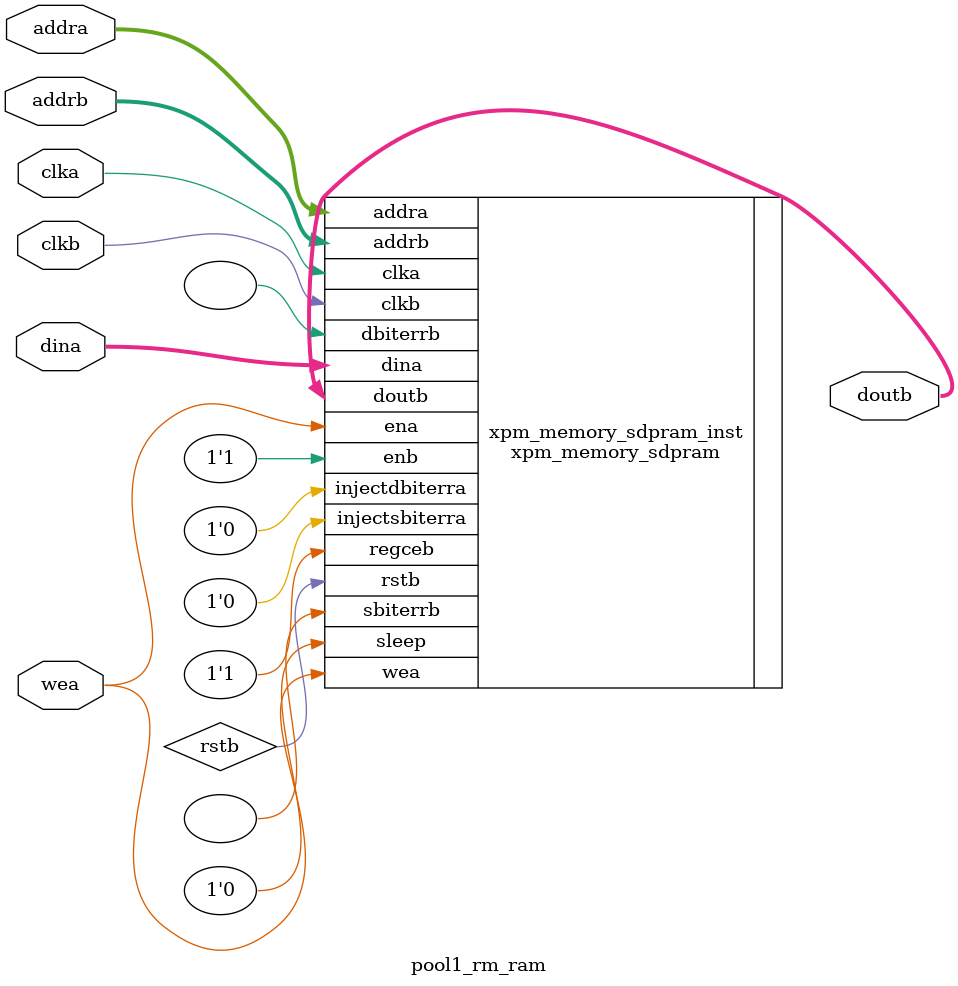
<source format=v>
module pool1_rm_ram(clka, wea, addra, dina, clkb, addrb, doutb);
  input clka;
  input [0:0]wea;
  input [10:0]addra;
  input [127:0]dina;
  input clkb;
  input [10:0]addrb;
  output [127:0]doutb;

   // xpm_memory_sdpram: Simple Dual Port RAM
   // Xilinx Parameterized Macro, version 2020.2

   xpm_memory_sdpram #(
      .ADDR_WIDTH_A(11),               // DECIMAL
      .ADDR_WIDTH_B(11),               // DECIMAL
      .AUTO_SLEEP_TIME(0),            // DECIMAL
      .BYTE_WRITE_WIDTH_A(128),        // DECIMAL
      .CASCADE_HEIGHT(0),             // DECIMAL
      .CLOCKING_MODE("common_clock"), // String
      .ECC_MODE("no_ecc"),            // String
      .MEMORY_INIT_FILE("none"),      // String
      .MEMORY_INIT_PARAM("0"),        // String
      .MEMORY_OPTIMIZATION("true"),   // String
      .MEMORY_PRIMITIVE("ultra"),      // String
      .MEMORY_SIZE(211200),             // DECIMAL
      .MESSAGE_CONTROL(0),            // DECIMAL
      .READ_DATA_WIDTH_B(128),         // DECIMAL
      .READ_LATENCY_B(2),             // DECIMAL
      .READ_RESET_VALUE_B("0"),       // String
      .RST_MODE_A("SYNC"),            // String
      .RST_MODE_B("SYNC"),            // String
      .SIM_ASSERT_CHK(0),             // DECIMAL; 0=disable simulation messages, 1=enable simulation messages
      .USE_EMBEDDED_CONSTRAINT(0),    // DECIMAL
      .USE_MEM_INIT(0),               // DECIMAL
      .WAKEUP_TIME("disable_sleep"),  // String
      .WRITE_DATA_WIDTH_A(128),        // DECIMAL
      .WRITE_MODE_B("read_first")      // String
   )
   xpm_memory_sdpram_inst (
      .dbiterrb(),             // 1-bit output: Status signal to indicate double bit error occurrence
                                       // on the data output of port B.

      .doutb(doutb),                   // READ_DATA_WIDTH_B-bit output: Data output for port B read operations.
      .sbiterrb(),             // 1-bit output: Status signal to indicate single bit error occurrence
                                       // on the data output of port B.

      .addra(addra),                   // ADDR_WIDTH_A-bit input: Address for port A write operations.
      .addrb(addrb),                   // ADDR_WIDTH_B-bit input: Address for port B read operations.
      .clka(clka),                     // 1-bit input: Clock signal for port A. Also clocks port B when
                                       // parameter CLOCKING_MODE is "common_clock".

      .clkb(clkb),                     // 1-bit input: Clock signal for port B when parameter CLOCKING_MODE is
                                       // "independent_clock". Unused when parameter CLOCKING_MODE is
                                       // "common_clock".

      .dina(dina),                     // WRITE_DATA_WIDTH_A-bit input: Data input for port A write operations.
      .ena(wea),                       // 1-bit input: Memory enable signal for port A. Must be high on clock
                                       // cycles when write operations are initiated. Pipelined internally.

      .enb(1'b1),                       // 1-bit input: Memory enable signal for port B. Must be high on clock
                                       // cycles when read operations are initiated. Pipelined internally.

      .injectdbiterra(1'b0), // 1-bit input: Controls double bit error injection on input data when
                                       // ECC enabled (Error injection capability is not available in
                                       // "decode_only" mode).

      .injectsbiterra(1'b0), // 1-bit input: Controls single bit error injection on input data when
                                       // ECC enabled (Error injection capability is not available in
                                       // "decode_only" mode).

      .regceb(1'b1),                 // 1-bit input: Clock Enable for the last register stage on the output
                                       // data path.

      .rstb(rstb),                     // 1-bit input: Reset signal for the final port B output register stage.
                                       // Synchronously resets output port doutb to the value specified by
                                       // parameter READ_RESET_VALUE_B.

      .sleep(1'b0),                   // 1-bit input: sleep signal to enable the dynamic power saving feature.
      .wea(wea)                        // WRITE_DATA_WIDTH_A/BYTE_WRITE_WIDTH_A-bit input: Write enable vector
                                       // for port A input data port dina. 1 bit wide when word-wide writes are
                                       // used. In byte-wide write configurations, each bit controls the
                                       // writing one byte of dina to address addra. For example, to
                                       // synchronously write only bits [15-8] of dina when WRITE_DATA_WIDTH_A
                                       // is 32, wea would be 4'b0010.

   );

   // End of xpm_memory_sdpram_inst instantiation


endmodule

</source>
